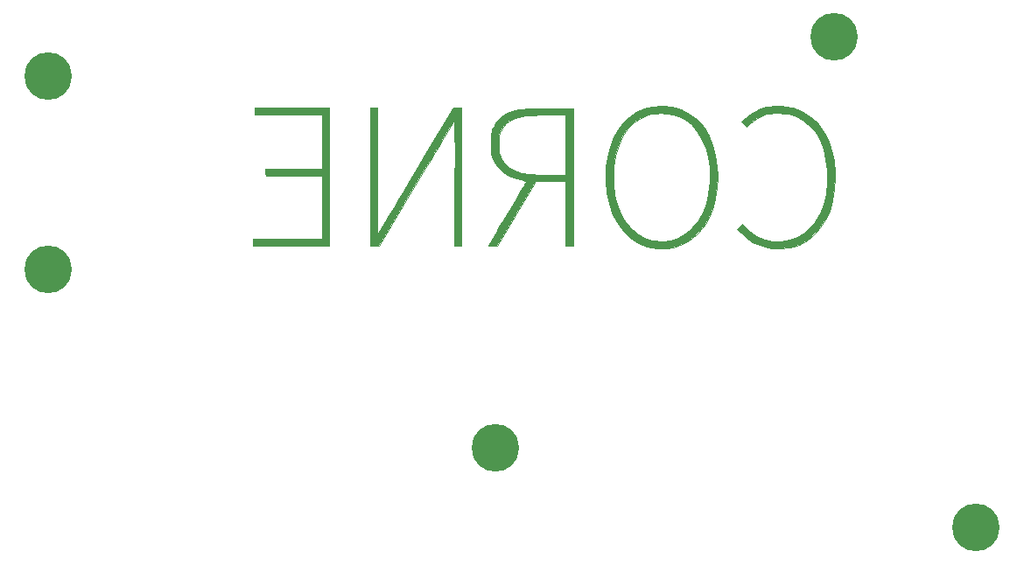
<source format=gbr>
G04 #@! TF.GenerationSoftware,KiCad,Pcbnew,5.1.5+dfsg1-2~bpo10+1*
G04 #@! TF.CreationDate,2020-09-05T17:28:52+00:00*
G04 #@! TF.ProjectId,corne-bottom-plate,636f726e-652d-4626-9f74-746f6d2d706c,2.1*
G04 #@! TF.SameCoordinates,Original*
G04 #@! TF.FileFunction,Soldermask,Bot*
G04 #@! TF.FilePolarity,Negative*
%FSLAX46Y46*%
G04 Gerber Fmt 4.6, Leading zero omitted, Abs format (unit mm)*
G04 Created by KiCad (PCBNEW 5.1.5+dfsg1-2~bpo10+1) date 2020-09-05 17:28:52*
%MOMM*%
%LPD*%
G04 APERTURE LIST*
%ADD10C,0.010000*%
%ADD11C,4.600000*%
G04 APERTURE END LIST*
D10*
G36*
X149206749Y-89703829D02*
G01*
X148945334Y-89751679D01*
X148382627Y-89939289D01*
X147793537Y-90227586D01*
X147248894Y-90578604D01*
X146958846Y-90816356D01*
X146544085Y-91197147D01*
X146785251Y-91448870D01*
X147026416Y-91700592D01*
X147437800Y-91315791D01*
X147739966Y-91073128D01*
X148111921Y-90829169D01*
X148418425Y-90663985D01*
X148730113Y-90529287D01*
X149007904Y-90444260D01*
X149316025Y-90394930D01*
X149718700Y-90367326D01*
X149797650Y-90363932D01*
X150220568Y-90359951D01*
X150644081Y-90378044D01*
X150996186Y-90414474D01*
X151089881Y-90431000D01*
X151864146Y-90674599D01*
X152562584Y-91062263D01*
X153179509Y-91583930D01*
X153709231Y-92229538D01*
X154146062Y-92989028D01*
X154484314Y-93852337D01*
X154718297Y-94809405D01*
X154842324Y-95850171D01*
X154850705Y-96964574D01*
X154845325Y-97073084D01*
X154723699Y-98177329D01*
X154486496Y-99186586D01*
X154137751Y-100089972D01*
X153681498Y-100876606D01*
X153232169Y-101424608D01*
X152605876Y-101982618D01*
X151938168Y-102384445D01*
X151202989Y-102642541D01*
X150427000Y-102765235D01*
X149604009Y-102749865D01*
X148799643Y-102570939D01*
X148029949Y-102234214D01*
X147310976Y-101745448D01*
X147115326Y-101577061D01*
X146598927Y-101109746D01*
X146142595Y-101586054D01*
X146732160Y-102131901D01*
X147068129Y-102416941D01*
X147438871Y-102691069D01*
X147777554Y-102905788D01*
X147858363Y-102949076D01*
X148606303Y-103241543D01*
X149431900Y-103414114D01*
X150287951Y-103461277D01*
X151127253Y-103377519D01*
X151273667Y-103347946D01*
X152128151Y-103077985D01*
X152902413Y-102665328D01*
X153590949Y-102119237D01*
X154188257Y-101448972D01*
X154688831Y-100663796D01*
X155087169Y-99772970D01*
X155377767Y-98785756D01*
X155555120Y-97711414D01*
X155613726Y-96559206D01*
X155602058Y-96064334D01*
X155505230Y-94961805D01*
X155314969Y-93981787D01*
X155024834Y-93101513D01*
X154628385Y-92298213D01*
X154459446Y-92025090D01*
X153877847Y-91279058D01*
X153194625Y-90659541D01*
X152424006Y-90176940D01*
X151580214Y-89841654D01*
X151408334Y-89794317D01*
X150913553Y-89705327D01*
X150336085Y-89659793D01*
X149744344Y-89658899D01*
X149206749Y-89703829D01*
G37*
X149206749Y-89703829D02*
X148945334Y-89751679D01*
X148382627Y-89939289D01*
X147793537Y-90227586D01*
X147248894Y-90578604D01*
X146958846Y-90816356D01*
X146544085Y-91197147D01*
X146785251Y-91448870D01*
X147026416Y-91700592D01*
X147437800Y-91315791D01*
X147739966Y-91073128D01*
X148111921Y-90829169D01*
X148418425Y-90663985D01*
X148730113Y-90529287D01*
X149007904Y-90444260D01*
X149316025Y-90394930D01*
X149718700Y-90367326D01*
X149797650Y-90363932D01*
X150220568Y-90359951D01*
X150644081Y-90378044D01*
X150996186Y-90414474D01*
X151089881Y-90431000D01*
X151864146Y-90674599D01*
X152562584Y-91062263D01*
X153179509Y-91583930D01*
X153709231Y-92229538D01*
X154146062Y-92989028D01*
X154484314Y-93852337D01*
X154718297Y-94809405D01*
X154842324Y-95850171D01*
X154850705Y-96964574D01*
X154845325Y-97073084D01*
X154723699Y-98177329D01*
X154486496Y-99186586D01*
X154137751Y-100089972D01*
X153681498Y-100876606D01*
X153232169Y-101424608D01*
X152605876Y-101982618D01*
X151938168Y-102384445D01*
X151202989Y-102642541D01*
X150427000Y-102765235D01*
X149604009Y-102749865D01*
X148799643Y-102570939D01*
X148029949Y-102234214D01*
X147310976Y-101745448D01*
X147115326Y-101577061D01*
X146598927Y-101109746D01*
X146142595Y-101586054D01*
X146732160Y-102131901D01*
X147068129Y-102416941D01*
X147438871Y-102691069D01*
X147777554Y-102905788D01*
X147858363Y-102949076D01*
X148606303Y-103241543D01*
X149431900Y-103414114D01*
X150287951Y-103461277D01*
X151127253Y-103377519D01*
X151273667Y-103347946D01*
X152128151Y-103077985D01*
X152902413Y-102665328D01*
X153590949Y-102119237D01*
X154188257Y-101448972D01*
X154688831Y-100663796D01*
X155087169Y-99772970D01*
X155377767Y-98785756D01*
X155555120Y-97711414D01*
X155613726Y-96559206D01*
X155602058Y-96064334D01*
X155505230Y-94961805D01*
X155314969Y-93981787D01*
X155024834Y-93101513D01*
X154628385Y-92298213D01*
X154459446Y-92025090D01*
X153877847Y-91279058D01*
X153194625Y-90659541D01*
X152424006Y-90176940D01*
X151580214Y-89841654D01*
X151408334Y-89794317D01*
X150913553Y-89705327D01*
X150336085Y-89659793D01*
X149744344Y-89658899D01*
X149206749Y-89703829D01*
G36*
X137937518Y-89711405D02*
G01*
X137142452Y-89903871D01*
X136416484Y-90236307D01*
X135733634Y-90719502D01*
X135312394Y-91107668D01*
X134694283Y-91840024D01*
X134198684Y-92676227D01*
X133823152Y-93622122D01*
X133565245Y-94683554D01*
X133446397Y-95571131D01*
X133403605Y-96819380D01*
X133508197Y-98027345D01*
X133757190Y-99177104D01*
X134147601Y-100250731D01*
X134268108Y-100507494D01*
X134668382Y-101185068D01*
X135168510Y-101817014D01*
X135734462Y-102367731D01*
X136332206Y-102801617D01*
X136602046Y-102949046D01*
X137451328Y-103270555D01*
X138348344Y-103436354D01*
X139267795Y-103443507D01*
X139970667Y-103340028D01*
X140648788Y-103141287D01*
X141259358Y-102843738D01*
X141842775Y-102424151D01*
X142303670Y-101998527D01*
X142733837Y-101535006D01*
X143062176Y-101101424D01*
X143331993Y-100640480D01*
X143336284Y-100632156D01*
X143746506Y-99668928D01*
X144042802Y-98611708D01*
X144218775Y-97497317D01*
X144256330Y-96632049D01*
X143511889Y-96632049D01*
X143494333Y-97054061D01*
X143371830Y-98162136D01*
X143151412Y-99142472D01*
X142827771Y-100009097D01*
X142395601Y-100776039D01*
X141849594Y-101457324D01*
X141814178Y-101494656D01*
X141174320Y-102049128D01*
X140468267Y-102449119D01*
X139704785Y-102691982D01*
X138892641Y-102775073D01*
X138040601Y-102695746D01*
X137915824Y-102670935D01*
X137157712Y-102425733D01*
X136463934Y-102030485D01*
X135843959Y-101495345D01*
X135307261Y-100830468D01*
X134863309Y-100046007D01*
X134521577Y-99152116D01*
X134470954Y-98977860D01*
X134298559Y-98173067D01*
X134194178Y-97282999D01*
X134163390Y-96379787D01*
X134207586Y-95573424D01*
X134385971Y-94455303D01*
X134666596Y-93470988D01*
X135050655Y-92618406D01*
X135539340Y-91895483D01*
X136133846Y-91300146D01*
X136835364Y-90830322D01*
X136980050Y-90755470D01*
X137302437Y-90599813D01*
X137554542Y-90496519D01*
X137789994Y-90433040D01*
X138062422Y-90396829D01*
X138425455Y-90375339D01*
X138641272Y-90366806D01*
X139348444Y-90373220D01*
X139948147Y-90458231D01*
X140488407Y-90633393D01*
X141017252Y-90910259D01*
X141090164Y-90955914D01*
X141708762Y-91447466D01*
X142247958Y-92074571D01*
X142700865Y-92819763D01*
X143060599Y-93665574D01*
X143320271Y-94594537D01*
X143472997Y-95589184D01*
X143511889Y-96632049D01*
X144256330Y-96632049D01*
X144268026Y-96362573D01*
X144220418Y-95543794D01*
X144053352Y-94427516D01*
X143793481Y-93442225D01*
X143434364Y-92573255D01*
X142969565Y-91805943D01*
X142392643Y-91125622D01*
X142198073Y-90937530D01*
X141489914Y-90384531D01*
X140725632Y-89988203D01*
X139894891Y-89744592D01*
X138987358Y-89649744D01*
X138827667Y-89648122D01*
X137937518Y-89711405D01*
G37*
X137937518Y-89711405D02*
X137142452Y-89903871D01*
X136416484Y-90236307D01*
X135733634Y-90719502D01*
X135312394Y-91107668D01*
X134694283Y-91840024D01*
X134198684Y-92676227D01*
X133823152Y-93622122D01*
X133565245Y-94683554D01*
X133446397Y-95571131D01*
X133403605Y-96819380D01*
X133508197Y-98027345D01*
X133757190Y-99177104D01*
X134147601Y-100250731D01*
X134268108Y-100507494D01*
X134668382Y-101185068D01*
X135168510Y-101817014D01*
X135734462Y-102367731D01*
X136332206Y-102801617D01*
X136602046Y-102949046D01*
X137451328Y-103270555D01*
X138348344Y-103436354D01*
X139267795Y-103443507D01*
X139970667Y-103340028D01*
X140648788Y-103141287D01*
X141259358Y-102843738D01*
X141842775Y-102424151D01*
X142303670Y-101998527D01*
X142733837Y-101535006D01*
X143062176Y-101101424D01*
X143331993Y-100640480D01*
X143336284Y-100632156D01*
X143746506Y-99668928D01*
X144042802Y-98611708D01*
X144218775Y-97497317D01*
X144256330Y-96632049D01*
X143511889Y-96632049D01*
X143494333Y-97054061D01*
X143371830Y-98162136D01*
X143151412Y-99142472D01*
X142827771Y-100009097D01*
X142395601Y-100776039D01*
X141849594Y-101457324D01*
X141814178Y-101494656D01*
X141174320Y-102049128D01*
X140468267Y-102449119D01*
X139704785Y-102691982D01*
X138892641Y-102775073D01*
X138040601Y-102695746D01*
X137915824Y-102670935D01*
X137157712Y-102425733D01*
X136463934Y-102030485D01*
X135843959Y-101495345D01*
X135307261Y-100830468D01*
X134863309Y-100046007D01*
X134521577Y-99152116D01*
X134470954Y-98977860D01*
X134298559Y-98173067D01*
X134194178Y-97282999D01*
X134163390Y-96379787D01*
X134207586Y-95573424D01*
X134385971Y-94455303D01*
X134666596Y-93470988D01*
X135050655Y-92618406D01*
X135539340Y-91895483D01*
X136133846Y-91300146D01*
X136835364Y-90830322D01*
X136980050Y-90755470D01*
X137302437Y-90599813D01*
X137554542Y-90496519D01*
X137789994Y-90433040D01*
X138062422Y-90396829D01*
X138425455Y-90375339D01*
X138641272Y-90366806D01*
X139348444Y-90373220D01*
X139948147Y-90458231D01*
X140488407Y-90633393D01*
X141017252Y-90910259D01*
X141090164Y-90955914D01*
X141708762Y-91447466D01*
X142247958Y-92074571D01*
X142700865Y-92819763D01*
X143060599Y-93665574D01*
X143320271Y-94594537D01*
X143472997Y-95589184D01*
X143511889Y-96632049D01*
X144256330Y-96632049D01*
X144268026Y-96362573D01*
X144220418Y-95543794D01*
X144053352Y-94427516D01*
X143793481Y-93442225D01*
X143434364Y-92573255D01*
X142969565Y-91805943D01*
X142392643Y-91125622D01*
X142198073Y-90937530D01*
X141489914Y-90384531D01*
X140725632Y-89988203D01*
X139894891Y-89744592D01*
X138987358Y-89649744D01*
X138827667Y-89648122D01*
X137937518Y-89711405D01*
G36*
X127821000Y-89888403D02*
G01*
X127007878Y-89892352D01*
X126340843Y-89902916D01*
X125796683Y-89923343D01*
X125352187Y-89956880D01*
X124984141Y-90006777D01*
X124669335Y-90076280D01*
X124384555Y-90168637D01*
X124106589Y-90287098D01*
X123812226Y-90434909D01*
X123775185Y-90454514D01*
X123269369Y-90789012D01*
X122873680Y-91209539D01*
X122552076Y-91754848D01*
X122537895Y-91784803D01*
X122444249Y-91999107D01*
X122381538Y-92196274D01*
X122343669Y-92418586D01*
X122324546Y-92708320D01*
X122318077Y-93107755D01*
X122317667Y-93312667D01*
X122320590Y-93767826D01*
X122333537Y-94096280D01*
X122362772Y-94340617D01*
X122414560Y-94543422D01*
X122495166Y-94747284D01*
X122544579Y-94855130D01*
X122929650Y-95482592D01*
X123441345Y-96010849D01*
X124059384Y-96424916D01*
X124763488Y-96709805D01*
X125186095Y-96807039D01*
X125494201Y-96868586D01*
X125659998Y-96927837D01*
X125709959Y-96996135D01*
X125703385Y-97028669D01*
X125650858Y-97126486D01*
X125520904Y-97353610D01*
X125322948Y-97693985D01*
X125066413Y-98131557D01*
X124760724Y-98650268D01*
X124415306Y-99234063D01*
X124039584Y-99866887D01*
X123880744Y-100133802D01*
X123497594Y-100778458D01*
X123142852Y-101377699D01*
X122825619Y-101915976D01*
X122554995Y-102377738D01*
X122340080Y-102747435D01*
X122189974Y-103009518D01*
X122113776Y-103148438D01*
X122106000Y-103166391D01*
X122181954Y-103196389D01*
X122375175Y-103213996D01*
X122508167Y-103216104D01*
X122910334Y-103213540D01*
X124773000Y-100086000D01*
X126635667Y-96958460D01*
X129556667Y-96953334D01*
X129556667Y-103218667D01*
X130319693Y-103218667D01*
X130298013Y-96551167D01*
X130278399Y-90518667D01*
X129556667Y-90518667D01*
X129556667Y-96383916D01*
X127672834Y-96337440D01*
X126910845Y-96313677D01*
X126302507Y-96283241D01*
X125832225Y-96244949D01*
X125484404Y-96197615D01*
X125300745Y-96157188D01*
X124602780Y-95909274D01*
X124044212Y-95581064D01*
X123609508Y-95160605D01*
X123283138Y-94635946D01*
X123260263Y-94586968D01*
X123140572Y-94192685D01*
X123077619Y-93698274D01*
X123071061Y-93163027D01*
X123120557Y-92646239D01*
X123225764Y-92207203D01*
X123274707Y-92085000D01*
X123492550Y-91687882D01*
X123757401Y-91359479D01*
X124085150Y-91094273D01*
X124491689Y-90886746D01*
X124992910Y-90731380D01*
X125604705Y-90622660D01*
X126342965Y-90555066D01*
X127223582Y-90523081D01*
X127786115Y-90518667D01*
X129556667Y-90518667D01*
X130278399Y-90518667D01*
X130276334Y-89883667D01*
X127821000Y-89888403D01*
G37*
X127821000Y-89888403D02*
X127007878Y-89892352D01*
X126340843Y-89902916D01*
X125796683Y-89923343D01*
X125352187Y-89956880D01*
X124984141Y-90006777D01*
X124669335Y-90076280D01*
X124384555Y-90168637D01*
X124106589Y-90287098D01*
X123812226Y-90434909D01*
X123775185Y-90454514D01*
X123269369Y-90789012D01*
X122873680Y-91209539D01*
X122552076Y-91754848D01*
X122537895Y-91784803D01*
X122444249Y-91999107D01*
X122381538Y-92196274D01*
X122343669Y-92418586D01*
X122324546Y-92708320D01*
X122318077Y-93107755D01*
X122317667Y-93312667D01*
X122320590Y-93767826D01*
X122333537Y-94096280D01*
X122362772Y-94340617D01*
X122414560Y-94543422D01*
X122495166Y-94747284D01*
X122544579Y-94855130D01*
X122929650Y-95482592D01*
X123441345Y-96010849D01*
X124059384Y-96424916D01*
X124763488Y-96709805D01*
X125186095Y-96807039D01*
X125494201Y-96868586D01*
X125659998Y-96927837D01*
X125709959Y-96996135D01*
X125703385Y-97028669D01*
X125650858Y-97126486D01*
X125520904Y-97353610D01*
X125322948Y-97693985D01*
X125066413Y-98131557D01*
X124760724Y-98650268D01*
X124415306Y-99234063D01*
X124039584Y-99866887D01*
X123880744Y-100133802D01*
X123497594Y-100778458D01*
X123142852Y-101377699D01*
X122825619Y-101915976D01*
X122554995Y-102377738D01*
X122340080Y-102747435D01*
X122189974Y-103009518D01*
X122113776Y-103148438D01*
X122106000Y-103166391D01*
X122181954Y-103196389D01*
X122375175Y-103213996D01*
X122508167Y-103216104D01*
X122910334Y-103213540D01*
X124773000Y-100086000D01*
X126635667Y-96958460D01*
X129556667Y-96953334D01*
X129556667Y-103218667D01*
X130319693Y-103218667D01*
X130298013Y-96551167D01*
X130278399Y-90518667D01*
X129556667Y-90518667D01*
X129556667Y-96383916D01*
X127672834Y-96337440D01*
X126910845Y-96313677D01*
X126302507Y-96283241D01*
X125832225Y-96244949D01*
X125484404Y-96197615D01*
X125300745Y-96157188D01*
X124602780Y-95909274D01*
X124044212Y-95581064D01*
X123609508Y-95160605D01*
X123283138Y-94635946D01*
X123260263Y-94586968D01*
X123140572Y-94192685D01*
X123077619Y-93698274D01*
X123071061Y-93163027D01*
X123120557Y-92646239D01*
X123225764Y-92207203D01*
X123274707Y-92085000D01*
X123492550Y-91687882D01*
X123757401Y-91359479D01*
X124085150Y-91094273D01*
X124491689Y-90886746D01*
X124992910Y-90731380D01*
X125604705Y-90622660D01*
X126342965Y-90555066D01*
X127223582Y-90523081D01*
X127786115Y-90518667D01*
X129556667Y-90518667D01*
X130278399Y-90518667D01*
X130276334Y-89883667D01*
X127821000Y-89888403D01*
G36*
X115854092Y-94603834D02*
G01*
X115331486Y-95469039D01*
X114813349Y-96328156D01*
X114309948Y-97164076D01*
X113831551Y-97959695D01*
X113388425Y-98697905D01*
X112990837Y-99361600D01*
X112649056Y-99933674D01*
X112373348Y-100397021D01*
X112173981Y-100734533D01*
X112157099Y-100763334D01*
X111902109Y-101198312D01*
X111678089Y-101579531D01*
X111498414Y-101884303D01*
X111376462Y-102089942D01*
X111325610Y-102173760D01*
X111325040Y-102174498D01*
X111323103Y-102094393D01*
X111321943Y-101858190D01*
X111321534Y-101479123D01*
X111321851Y-100970425D01*
X111322866Y-100345331D01*
X111324554Y-99617073D01*
X111326888Y-98798885D01*
X111329843Y-97904002D01*
X111333393Y-96945656D01*
X111337180Y-96014998D01*
X111363359Y-89841334D01*
X110676000Y-89841334D01*
X110676000Y-103218667D01*
X111078167Y-103215026D01*
X111480334Y-103211386D01*
X113978000Y-99055977D01*
X114481566Y-98217477D01*
X114994282Y-97362423D01*
X115502983Y-96512856D01*
X115994505Y-95690815D01*
X116455683Y-94918339D01*
X116873351Y-94217469D01*
X117234344Y-93610245D01*
X117525498Y-93118705D01*
X117604513Y-92984784D01*
X117909126Y-92469163D01*
X118186885Y-92001552D01*
X118425858Y-91601836D01*
X118614112Y-91289898D01*
X118739713Y-91085622D01*
X118789846Y-91009684D01*
X118798734Y-91082272D01*
X118806525Y-91311046D01*
X118813149Y-91682858D01*
X118818538Y-92184564D01*
X118822624Y-92803017D01*
X118825338Y-93525073D01*
X118826611Y-94337586D01*
X118826376Y-95227410D01*
X118824562Y-96181399D01*
X118821523Y-97084517D01*
X118796712Y-103218667D01*
X119481334Y-103218667D01*
X119481334Y-89841334D01*
X118733065Y-89841334D01*
X115854092Y-94603834D01*
G37*
X115854092Y-94603834D02*
X115331486Y-95469039D01*
X114813349Y-96328156D01*
X114309948Y-97164076D01*
X113831551Y-97959695D01*
X113388425Y-98697905D01*
X112990837Y-99361600D01*
X112649056Y-99933674D01*
X112373348Y-100397021D01*
X112173981Y-100734533D01*
X112157099Y-100763334D01*
X111902109Y-101198312D01*
X111678089Y-101579531D01*
X111498414Y-101884303D01*
X111376462Y-102089942D01*
X111325610Y-102173760D01*
X111325040Y-102174498D01*
X111323103Y-102094393D01*
X111321943Y-101858190D01*
X111321534Y-101479123D01*
X111321851Y-100970425D01*
X111322866Y-100345331D01*
X111324554Y-99617073D01*
X111326888Y-98798885D01*
X111329843Y-97904002D01*
X111333393Y-96945656D01*
X111337180Y-96014998D01*
X111363359Y-89841334D01*
X110676000Y-89841334D01*
X110676000Y-103218667D01*
X111078167Y-103215026D01*
X111480334Y-103211386D01*
X113978000Y-99055977D01*
X114481566Y-98217477D01*
X114994282Y-97362423D01*
X115502983Y-96512856D01*
X115994505Y-95690815D01*
X116455683Y-94918339D01*
X116873351Y-94217469D01*
X117234344Y-93610245D01*
X117525498Y-93118705D01*
X117604513Y-92984784D01*
X117909126Y-92469163D01*
X118186885Y-92001552D01*
X118425858Y-91601836D01*
X118614112Y-91289898D01*
X118739713Y-91085622D01*
X118789846Y-91009684D01*
X118798734Y-91082272D01*
X118806525Y-91311046D01*
X118813149Y-91682858D01*
X118818538Y-92184564D01*
X118822624Y-92803017D01*
X118825338Y-93525073D01*
X118826611Y-94337586D01*
X118826376Y-95227410D01*
X118824562Y-96181399D01*
X118821523Y-97084517D01*
X118796712Y-103218667D01*
X119481334Y-103218667D01*
X119481334Y-89841334D01*
X118733065Y-89841334D01*
X115854092Y-94603834D01*
G36*
X99500000Y-90518667D02*
G01*
X106019334Y-90518667D01*
X106019334Y-95768000D01*
X100505779Y-95768000D01*
X100532056Y-96085500D01*
X100558334Y-96403000D01*
X103288834Y-96425340D01*
X106019334Y-96447679D01*
X106019334Y-102541334D01*
X99330667Y-102541334D01*
X99330667Y-103218667D01*
X106696667Y-103218667D01*
X106696667Y-89841334D01*
X99500000Y-89841334D01*
X99500000Y-90518667D01*
G37*
X99500000Y-90518667D02*
X106019334Y-90518667D01*
X106019334Y-95768000D01*
X100505779Y-95768000D01*
X100532056Y-96085500D01*
X100558334Y-96403000D01*
X103288834Y-96425340D01*
X106019334Y-96447679D01*
X106019334Y-102541334D01*
X99330667Y-102541334D01*
X99330667Y-103218667D01*
X106696667Y-103218667D01*
X106696667Y-89841334D01*
X99500000Y-89841334D01*
X99500000Y-90518667D01*
D11*
X79500000Y-105500000D03*
X79500000Y-86750000D03*
X155500000Y-83000000D03*
X122750000Y-122750000D03*
X169250000Y-130500000D03*
M02*

</source>
